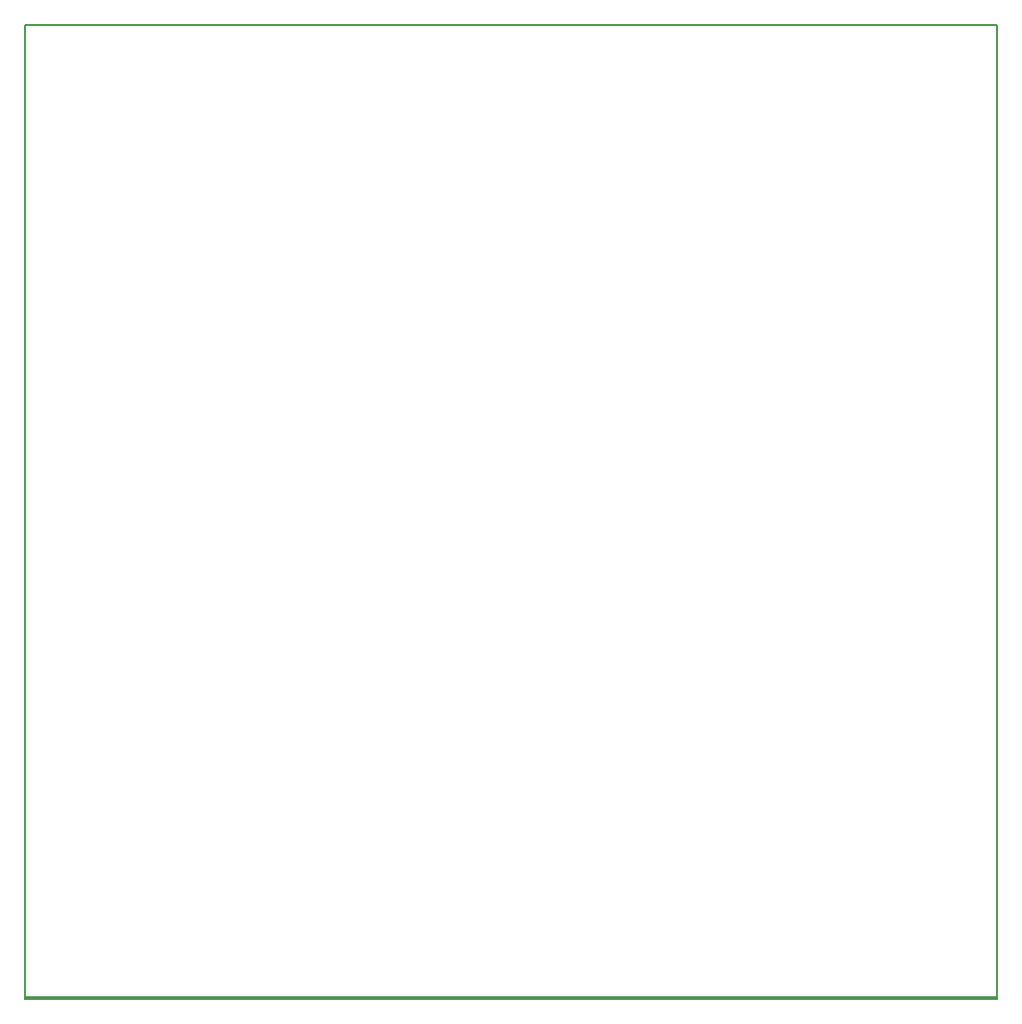
<source format=gm1>
G04 #@! TF.FileFunction,Profile,NP*
%FSLAX46Y46*%
G04 Gerber Fmt 4.6, Leading zero omitted, Abs format (unit mm)*
G04 Created by KiCad (PCBNEW 4.0.0-rc1-stable) date mer. 14 oct. 2015 22:56:32 CEST*
%MOMM*%
G01*
G04 APERTURE LIST*
%ADD10C,0.150000*%
G04 APERTURE END LIST*
D10*
X64008000Y-123825000D02*
X64008000Y-34925000D01*
X152908000Y-123825000D02*
X64008000Y-123825000D01*
X152908000Y-34925000D02*
X152908000Y-123825000D01*
X64008000Y-34925000D02*
X152908000Y-34925000D01*
X152908000Y-34925000D02*
X64008000Y-34925000D01*
X152908000Y-123952000D02*
X152908000Y-34925000D01*
X64008000Y-123952000D02*
X152908000Y-123952000D01*
X64008000Y-34925000D02*
X64008000Y-123952000D01*
M02*

</source>
